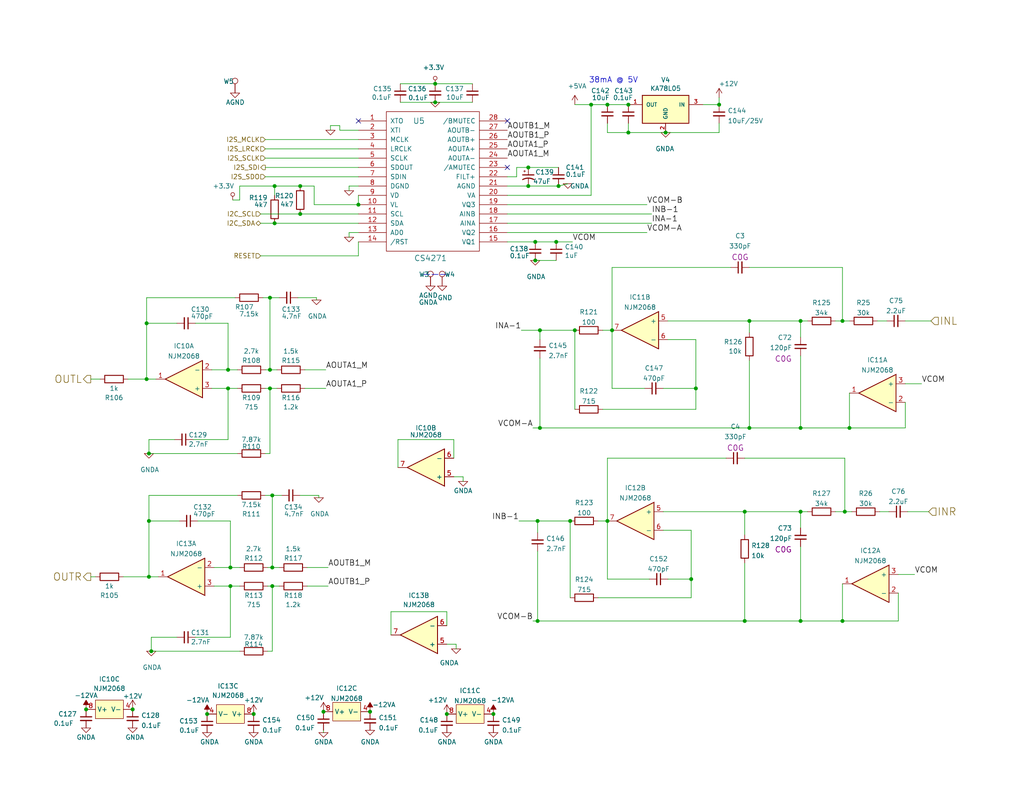
<source format=kicad_sch>
(kicad_sch (version 20210621) (generator eeschema)
  (paper "A")
  (lib_symbols
    (symbol "4ms_IC:NJM2068"
      (property "Reference" "U" (at 2.54 5.08 0))
      (property "Value" "NJM2068" (at 2.54 -3.81 0))
      (symbol "NJM2068_1_1"
        (polyline (pts (xy -5.08 5.08) (xy 5.08 0) (xy -5.08 -5.08) (xy -5.08 5.08)) (stroke (width 0.254)) (fill (type background)))
        (pin output line (at 7.62 0 180) (length 2.54) (name "~") (number "1"))
        (pin input line (at -7.62 -2.54 0) (length 2.54) (name "-") (number "2"))
        (pin input line (at -7.62 2.54 0) (length 2.54) (name "+") (number "3"))
      )
      (symbol "NJM2068_2_1"
        (polyline (pts (xy -5.08 5.08) (xy 5.08 0) (xy -5.08 -5.08) (xy -5.08 5.08)) (stroke (width 0.254)) (fill (type background)))
        (pin input line (at -7.62 2.54 0) (length 2.54) (name "+") (number "5"))
        (pin input line (at -7.62 -2.54 0) (length 2.54) (name "-") (number "6"))
        (pin output line (at 7.62 0 180) (length 2.54) (name "~") (number "7"))
      )
      (symbol "NJM2068_3_1"
        (rectangle (start -2.54 3.81) (end 2.54 -3.81) (fill (type background)))
        (pin power_in line (at 0 -6.35 90) (length 2.54) (name "V-") (number "4"))
        (pin power_in line (at 0 6.35 270) (length 2.54) (name "V+") (number "8"))
      )
    )
    (symbol "TrigSampler-rescue:+12V" (power) (pin_names (offset 0))
      (property "Value" "+12V" (at 0 3.556 0))
      (symbol "+12V_0_1"
        (polyline (pts (xy -0.762 1.27) (xy 0 2.54)))
        (polyline (pts (xy 0 0) (xy 0 2.54)))
        (polyline (pts (xy 0 2.54) (xy 0.762 1.27)))
      )
      (symbol "+12V_1_1"
        (pin power_in line (at 0 0 90) (length 0) hide (name "+12V") (number "1"))
      )
    )
    (symbol "TrigSampler-rescue:+3.3V-RESCUE-TrigSampler" (power) (pin_names (offset 0))
      (property "Value" "+3.3V-RESCUE-TrigSampler" (at 0 2.794 0))
      (symbol "+3.3V-RESCUE-TrigSampler_0_0"
        (pin power_in line (at 0 0 90) (length 0) hide (name "+3.3V") (number "1"))
      )
      (symbol "+3.3V-RESCUE-TrigSampler_0_1"
        (polyline (pts (xy 0 0) (xy 0 1.016) (xy 0 1.016)))
        (circle (center 0 1.524) (radius 0.508))
      )
    )
    (symbol "TrigSampler-rescue:+5VA" (power) (pin_names (offset 0))
      (property "Value" "+5VA" (at 0 3.556 0))
      (symbol "+5VA_0_1"
        (polyline (pts (xy -0.762 1.27) (xy 0 2.54)))
        (polyline (pts (xy 0 0) (xy 0 2.54)))
        (polyline (pts (xy 0 2.54) (xy 0.762 1.27)))
      )
      (symbol "+5VA_1_1"
        (pin power_in line (at 0 0 90) (length 0) hide (name "+5VA") (number "1"))
      )
    )
    (symbol "TrigSampler-rescue:-12VA" (power) (pin_names (offset 0))
      (property "Value" "-12VA" (at 0 3.556 0))
      (symbol "-12VA_0_0"
        (pin power_in line (at 0 0 90) (length 0) hide (name "-12VA") (number "1"))
      )
      (symbol "-12VA_0_1"
        (polyline (pts (xy 0 0) (xy 0 1.27) (xy 0.762 1.27) (xy 0 2.54) (xy -0.762 1.27) (xy 0 1.27)) (fill (type outline)))
      )
    )
    (symbol "TrigSampler-rescue:CP1_Small" (pin_numbers hide) (pin_names (offset 0.254) hide)
      (property "Reference" "C" (at 0.254 1.778 0))
      (property "Value" "CP1_Small" (at 0.254 -2.032 0))
      (symbol "CP1_Small_0_1"
        (polyline (pts (xy -1.524 0.508) (xy 1.524 0.508)) (stroke (width 0.3048)))
        (polyline (pts (xy -1.27 1.524) (xy -0.762 1.524)))
        (polyline (pts (xy -1.016 1.27) (xy -1.016 1.778)))
        (arc (start 1.524 -0.762) (mid 0 -0.3734) (end -1.524 -0.762) (stroke (width 0.3048)))
      )
      (symbol "CP1_Small_1_1"
        (pin passive line (at 0 2.54 270) (length 2.032) (name "~") (number "1"))
        (pin passive line (at 0 -2.54 90) (length 2.032) (name "~") (number "2"))
      )
    )
    (symbol "TrigSampler-rescue:CS4271" (pin_names (offset 1.016))
      (property "Reference" "U" (at 0 20.32 0))
      (property "Value" "CS4271" (at 0 -20.32 0))
      (symbol "CS4271_0_1"
        (rectangle (start -12.7 19.05) (end 12.7 -19.05))
      )
      (symbol "CS4271_1_1"
        (pin bidirectional line (at -20.32 16.51 0) (length 7.62) (name "XTO") (number "1"))
        (pin power_in line (at -20.32 -6.35 0) (length 7.62) (name "VL") (number "10"))
        (pin bidirectional line (at -20.32 -8.89 0) (length 7.62) (name "SCL") (number "11"))
        (pin bidirectional line (at -20.32 -11.43 0) (length 7.62) (name "SDA") (number "12"))
        (pin input line (at -20.32 -13.97 0) (length 7.62) (name "AD0") (number "13"))
        (pin input line (at -20.32 -16.51 0) (length 7.62) (name "/RST") (number "14"))
        (pin output line (at 20.32 -16.51 180) (length 7.62) (name "VQ1") (number "15"))
        (pin input line (at 20.32 -13.97 180) (length 7.62) (name "VQ2") (number "16"))
        (pin input line (at 20.32 -11.43 180) (length 7.62) (name "AINA") (number "17"))
        (pin input line (at 20.32 -8.89 180) (length 7.62) (name "AINB") (number "18"))
        (pin input line (at 20.32 -6.35 180) (length 7.62) (name "VQ3") (number "19"))
        (pin bidirectional line (at -20.32 13.97 0) (length 7.62) (name "XTI") (number "2"))
        (pin power_in line (at 20.32 -3.81 180) (length 7.62) (name "VA") (number "20"))
        (pin power_in line (at 20.32 -1.27 180) (length 7.62) (name "AGND") (number "21"))
        (pin bidirectional line (at 20.32 1.27 180) (length 7.62) (name "FILT+") (number "22"))
        (pin output line (at 20.32 3.81 180) (length 7.62) (name "/AMUTEC") (number "23"))
        (pin output line (at 20.32 6.35 180) (length 7.62) (name "AOUTA-") (number "24"))
        (pin output line (at 20.32 8.89 180) (length 7.62) (name "AOUTA+") (number "25"))
        (pin output line (at 20.32 11.43 180) (length 7.62) (name "AOUTB+") (number "26"))
        (pin output line (at 20.32 13.97 180) (length 7.62) (name "AOUTB-") (number "27"))
        (pin output line (at 20.32 16.51 180) (length 7.62) (name "/BMUTEC") (number "28"))
        (pin bidirectional line (at -20.32 11.43 0) (length 7.62) (name "MCLK") (number "3"))
        (pin bidirectional line (at -20.32 8.89 0) (length 7.62) (name "LRCLK") (number "4"))
        (pin bidirectional line (at -20.32 6.35 0) (length 7.62) (name "SCLK") (number "5"))
        (pin output line (at -20.32 3.81 0) (length 7.62) (name "SDOUT") (number "6"))
        (pin input line (at -20.32 1.27 0) (length 7.62) (name "SDIN") (number "7"))
        (pin power_in line (at -20.32 -1.27 0) (length 7.62) (name "DGND") (number "8"))
        (pin power_in line (at -20.32 -3.81 0) (length 7.62) (name "VD") (number "9"))
      )
    )
    (symbol "TrigSampler-rescue:C_Small" (pin_numbers hide) (pin_names (offset 0.254) hide)
      (property "Reference" "C" (at 0.254 1.778 0))
      (property "Value" "C_Small" (at 0.254 -2.032 0))
      (symbol "C_Small_0_1"
        (polyline (pts (xy -1.524 -0.508) (xy 1.524 -0.508)) (stroke (width 0.3302)))
        (polyline (pts (xy -1.524 0.508) (xy 1.524 0.508)) (stroke (width 0.3048)))
      )
      (symbol "C_Small_1_1"
        (pin passive line (at 0 2.54 270) (length 2.032) (name "~") (number "1"))
        (pin passive line (at 0 -2.54 90) (length 2.032) (name "~") (number "2"))
      )
    )
    (symbol "TrigSampler-rescue:GND-RESCUE-TrigSampler" (power) (pin_names (offset 0))
      (symbol "GND-RESCUE-TrigSampler_0_1"
        (polyline (pts (xy -1.27 0) (xy 0 -1.27) (xy 1.27 0) (xy -1.27 0)))
      )
      (symbol "GND-RESCUE-TrigSampler_1_1"
        (pin power_in line (at 0 0 90) (length 0) hide (name "GND") (number "1"))
      )
    )
    (symbol "TrigSampler-rescue:GNDA-RESCUE-TrigSampler" (power) (pin_names (offset 0))
      (property "Value" "GNDA-RESCUE-TrigSampler" (at 0 -1.778 0))
      (symbol "GNDA-RESCUE-TrigSampler_0_1"
        (polyline (pts (xy -1.27 0) (xy 0 -1.27) (xy 1.27 0) (xy -1.27 0)))
      )
      (symbol "GNDA-RESCUE-TrigSampler_1_1"
        (pin power_in line (at 0 0 90) (length 0) hide (name "GNDA") (number "1"))
      )
    )
    (symbol "TrigSampler-rescue:MC78L05ACH" (pin_names (offset 1.016))
      (property "Reference" "U" (at -5.08 5.08 0))
      (property "Value" "MC78L05ACH" (at 0 5.08 0))
      (property "Footprint" "SOT-89" (at 0 2.54 0))
      (symbol "MC78L05ACH_0_1"
        (rectangle (start -6.35 3.81) (end 6.35 -3.81) (stroke (width 0.254)) (fill (type background)))
      )
      (symbol "MC78L05ACH_1_1"
        (pin power_out line (at 10.16 1.27 180) (length 3.81) (name "OUT") (number "1"))
        (pin power_out line (at 0 -6.35 90) (length 2.54) (name "GND") (number "2"))
        (pin input line (at -10.16 1.27 0) (length 3.81) (name "IN") (number "3"))
      )
    )
    (symbol "TrigSampler-rescue:R" (pin_numbers hide) (pin_names (offset 0))
      (property "Reference" "R" (at 2.032 0 90))
      (property "Value" "R" (at 0 0 90))
      (symbol "R_0_1"
        (rectangle (start -1.016 -2.54) (end 1.016 2.54) (stroke (width 0.254)))
      )
      (symbol "R_1_1"
        (pin passive line (at 0 3.81 270) (length 1.27) (name "~") (number "1"))
        (pin passive line (at 0 -3.81 90) (length 1.27) (name "~") (number "2"))
      )
    )
    (symbol "TrigSampler-rescue:TEST_1P" (pin_numbers hide) (pin_names (offset 0.762) hide)
      (property "Reference" "J" (at 0 6.858 0))
      (property "Value" "TEST_1P" (at 0 5.08 0))
      (symbol "TEST_1P_0_1"
        (circle (center 0 3.302) (radius 0.762))
      )
      (symbol "TEST_1P_1_1"
        (pin passive line (at 0 0 90) (length 2.54) (name "1") (number "1"))
      )
    )
  )
  (junction (at 74.295 154.94))
  (junction (at 81.915 50.8))
  (junction (at 74.93 60.96))
  (junction (at 196.215 28.575))
  (junction (at 23.495 193.675))
  (junction (at 147.32 116.84))
  (junction (at 229.87 87.63))
  (junction (at 146.05 71.12))
  (junction (at 97.79 55.88))
  (junction (at 165.735 142.24))
  (junction (at 188.595 158.115))
  (junction (at 151.765 66.04))
  (junction (at 218.44 139.7))
  (junction (at 81.915 58.42))
  (junction (at 165.735 28.575))
  (junction (at 100.965 194.31))
  (junction (at 74.295 160.02))
  (junction (at 73.66 100.965))
  (junction (at 62.865 160.02))
  (junction (at 40.64 123.825))
  (junction (at 204.47 116.84))
  (junction (at 62.23 100.965))
  (junction (at 171.45 28.575))
  (junction (at 146.05 66.04))
  (junction (at 40.64 142.24))
  (junction (at 189.865 106.045))
  (junction (at 230.505 139.7))
  (junction (at 36.195 193.675))
  (junction (at 40.64 157.48))
  (junction (at 218.44 169.545))
  (junction (at 144.145 45.72))
  (junction (at 121.92 194.945))
  (junction (at 229.87 169.545))
  (junction (at 231.775 116.84))
  (junction (at 73.66 81.28))
  (junction (at 155.575 142.24))
  (junction (at 74.93 50.8))
  (junction (at 161.29 28.575))
  (junction (at 118.745 27.94))
  (junction (at 74.295 135.255))
  (junction (at 203.2 139.7))
  (junction (at 134.62 194.945))
  (junction (at 56.515 194.945))
  (junction (at 69.215 194.945))
  (junction (at 167.005 90.17))
  (junction (at 144.145 50.8))
  (junction (at 171.45 36.195))
  (junction (at 41.275 177.8))
  (junction (at 88.265 194.31))
  (junction (at 146.685 169.545))
  (junction (at 62.23 106.045))
  (junction (at 203.2 169.545))
  (junction (at 40.005 103.505))
  (junction (at 147.32 90.17))
  (junction (at 146.685 142.24))
  (junction (at 218.44 116.84))
  (junction (at 156.845 90.17))
  (junction (at 73.66 106.045))
  (junction (at 40.005 88.265))
  (junction (at 204.47 87.63))
  (junction (at 118.745 22.86))
  (junction (at 218.44 87.63))
  (junction (at 152.4 50.8))
  (junction (at 181.61 36.195))
  (junction (at 62.865 154.94))
  (no_connect (at 138.43 33.02))
  (no_connect (at 138.43 45.72))
  (no_connect (at 97.79 33.02))
  (wire (pts (xy 204.47 116.84) (xy 204.47 98.425)))
  (wire (pts (xy 27.305 103.505) (xy 24.765 103.505)))
  (wire (pts (xy 241.935 87.63) (xy 239.395 87.63)))
  (wire (pts (xy 40.005 103.505) (xy 42.545 103.505)))
  (wire (pts (xy 72.39 40.64) (xy 97.79 40.64)))
  (wire (pts (xy 229.87 159.385) (xy 229.87 169.545)))
  (wire (pts (xy 74.295 154.94) (xy 76.2 154.94)))
  (wire (pts (xy 138.43 50.8) (xy 144.145 50.8)))
  (wire (pts (xy 176.53 63.5) (xy 138.43 63.5)))
  (wire (pts (xy 40.64 157.48) (xy 43.18 157.48)))
  (wire (pts (xy 72.39 45.72) (xy 97.79 45.72)))
  (wire (pts (xy 147.32 116.84) (xy 204.47 116.84)))
  (wire (pts (xy 204.47 73.025) (xy 229.87 73.025)))
  (wire (pts (xy 247.015 109.855) (xy 247.015 116.84)))
  (wire (pts (xy 138.43 66.04) (xy 146.05 66.04)))
  (wire (pts (xy 73.66 100.965) (xy 73.66 81.28)))
  (wire (pts (xy 203.2 153.67) (xy 203.2 169.545)))
  (wire (pts (xy 245.11 169.545) (xy 245.11 161.925)))
  (wire (pts (xy 188.595 144.78) (xy 188.595 158.115)))
  (wire (pts (xy 204.47 116.84) (xy 218.44 116.84)))
  (wire (pts (xy 229.87 87.63) (xy 231.775 87.63)))
  (wire (pts (xy 147.32 90.17) (xy 147.32 92.71)))
  (wire (pts (xy 97.79 55.88) (xy 97.79 53.34)))
  (wire (pts (xy 58.42 160.02) (xy 62.865 160.02)))
  (wire (pts (xy 106.68 173.355) (xy 106.68 167.005)))
  (wire (pts (xy 188.595 158.115) (xy 182.245 158.115)))
  (wire (pts (xy 165.735 125.095) (xy 165.735 142.24)))
  (wire (pts (xy 218.44 139.7) (xy 220.345 139.7)))
  (wire (pts (xy 40.005 81.28) (xy 40.005 88.265)))
  (wire (pts (xy 97.79 66.04) (xy 97.79 69.85)))
  (wire (pts (xy 141.605 142.24) (xy 146.685 142.24)))
  (wire (pts (xy 196.215 28.575) (xy 191.77 28.575)))
  (wire (pts (xy 204.47 87.63) (xy 218.44 87.63)))
  (wire (pts (xy 165.735 28.575) (xy 171.45 28.575)))
  (wire (pts (xy 167.005 106.045) (xy 175.895 106.045)))
  (wire (pts (xy 218.44 87.63) (xy 220.345 87.63)))
  (wire (pts (xy 41.275 177.8) (xy 65.405 177.8)))
  (wire (pts (xy 161.29 53.34) (xy 161.29 28.575)))
  (wire (pts (xy 62.23 120.015) (xy 52.705 120.015)))
  (wire (pts (xy 218.44 116.84) (xy 218.44 97.155)))
  (wire (pts (xy 121.92 170.815) (xy 121.92 167.005)))
  (wire (pts (xy 140.97 45.72) (xy 144.145 45.72)))
  (wire (pts (xy 167.005 90.17) (xy 164.465 90.17)))
  (wire (pts (xy 74.93 50.8) (xy 81.915 50.8)))
  (wire (pts (xy 108.585 120.015) (xy 123.825 120.015)))
  (wire (pts (xy 218.44 92.075) (xy 218.44 87.63)))
  (wire (pts (xy 203.2 125.095) (xy 230.505 125.095)))
  (wire (pts (xy 97.79 43.18) (xy 72.39 43.18)))
  (wire (pts (xy 230.505 139.7) (xy 232.41 139.7)))
  (wire (pts (xy 73.66 81.28) (xy 76.2 81.28)))
  (wire (pts (xy 74.295 160.02) (xy 74.295 177.8)))
  (wire (pts (xy 167.005 73.025) (xy 199.39 73.025)))
  (wire (pts (xy 123.825 130.175) (xy 126.365 130.175)))
  (wire (pts (xy 65.405 54.61) (xy 65.405 50.8)))
  (wire (pts (xy 180.975 106.045) (xy 189.865 106.045)))
  (wire (pts (xy 165.735 36.195) (xy 165.735 33.655)))
  (wire (pts (xy 231.775 116.84) (xy 231.775 107.315)))
  (wire (pts (xy 73.66 106.045) (xy 75.565 106.045)))
  (wire (pts (xy 81.28 81.28) (xy 86.36 81.28)))
  (wire (pts (xy 81.915 135.255) (xy 86.995 135.255)))
  (wire (pts (xy 81.915 50.8) (xy 85.725 50.8)))
  (wire (pts (xy 196.215 26.67) (xy 196.215 28.575)))
  (wire (pts (xy 156.845 90.17) (xy 156.845 111.76)))
  (wire (pts (xy 144.145 50.8) (xy 152.4 50.8)))
  (wire (pts (xy 145.415 116.84) (xy 147.32 116.84)))
  (wire (pts (xy 218.44 149.225) (xy 218.44 169.545)))
  (wire (pts (xy 62.865 142.24) (xy 62.865 154.94)))
  (wire (pts (xy 74.93 53.34) (xy 74.93 50.8)))
  (wire (pts (xy 40.64 120.015) (xy 40.64 123.825)))
  (wire (pts (xy 73.025 160.02) (xy 74.295 160.02)))
  (wire (pts (xy 203.2 139.7) (xy 203.2 146.05)))
  (wire (pts (xy 74.295 135.255) (xy 76.835 135.255)))
  (wire (pts (xy 33.655 157.48) (xy 40.64 157.48)))
  (wire (pts (xy 83.82 160.02) (xy 89.535 160.02)))
  (wire (pts (xy 62.23 88.265) (xy 62.23 100.965)))
  (wire (pts (xy 165.735 158.115) (xy 177.165 158.115)))
  (wire (pts (xy 57.785 100.965) (xy 62.23 100.965)))
  (wire (pts (xy 90.17 35.56) (xy 90.17 34.29)))
  (wire (pts (xy 90.17 34.29) (xy 92.71 34.29)))
  (wire (pts (xy 92.71 34.29) (xy 92.71 35.56)))
  (wire (pts (xy 146.685 150.495) (xy 146.685 169.545)))
  (wire (pts (xy 144.145 45.72) (xy 152.4 45.72)))
  (wire (pts (xy 62.23 106.045) (xy 64.77 106.045)))
  (wire (pts (xy 167.005 73.025) (xy 167.005 90.17)))
  (wire (pts (xy 180.975 144.78) (xy 188.595 144.78)))
  (wire (pts (xy 140.97 48.26) (xy 140.97 45.72)))
  (wire (pts (xy 229.87 73.025) (xy 229.87 87.63)))
  (wire (pts (xy 95.25 64.77) (xy 95.25 63.5)))
  (wire (pts (xy 95.25 63.5) (xy 97.79 63.5)))
  (wire (pts (xy 138.43 48.26) (xy 140.97 48.26)))
  (wire (pts (xy 73.66 106.045) (xy 73.66 123.825)))
  (wire (pts (xy 138.43 53.34) (xy 161.29 53.34)))
  (wire (pts (xy 171.45 36.195) (xy 181.61 36.195)))
  (wire (pts (xy 86.995 135.255) (xy 86.995 135.89)))
  (wire (pts (xy 118.745 22.86) (xy 128.905 22.86)))
  (wire (pts (xy 165.735 36.195) (xy 171.45 36.195)))
  (wire (pts (xy 121.92 175.895) (xy 124.46 175.895)))
  (wire (pts (xy 58.42 154.94) (xy 62.865 154.94)))
  (wire (pts (xy 72.39 135.255) (xy 74.295 135.255)))
  (wire (pts (xy 62.865 173.99) (xy 53.34 173.99)))
  (wire (pts (xy 245.11 156.845) (xy 249.555 156.845)))
  (wire (pts (xy 83.185 100.965) (xy 88.9 100.965)))
  (wire (pts (xy 62.23 106.045) (xy 62.23 120.015)))
  (wire (pts (xy 124.46 175.895) (xy 124.46 177.165)))
  (wire (pts (xy 62.865 154.94) (xy 65.405 154.94)))
  (wire (pts (xy 64.135 81.28) (xy 40.005 81.28)))
  (wire (pts (xy 189.865 92.71) (xy 182.245 92.71)))
  (wire (pts (xy 181.61 36.195) (xy 196.215 36.195)))
  (wire (pts (xy 73.66 100.965) (xy 75.565 100.965)))
  (wire (pts (xy 85.725 55.88) (xy 97.79 55.88)))
  (wire (pts (xy 74.295 154.94) (xy 74.295 135.255)))
  (wire (pts (xy 203.2 169.545) (xy 218.44 169.545)))
  (wire (pts (xy 106.68 167.005) (xy 121.92 167.005)))
  (wire (pts (xy 247.65 139.7) (xy 253.365 139.7)))
  (wire (pts (xy 81.915 58.42) (xy 97.79 58.42)))
  (wire (pts (xy 63.5 54.61) (xy 65.405 54.61)))
  (wire (pts (xy 95.25 50.8) (xy 97.79 50.8)))
  (wire (pts (xy 95.25 52.07) (xy 95.25 50.8)))
  (wire (pts (xy 65.405 50.8) (xy 74.93 50.8)))
  (wire (pts (xy 123.825 120.015) (xy 123.825 125.095)))
  (wire (pts (xy 203.2 139.7) (xy 218.44 139.7)))
  (wire (pts (xy 71.755 81.28) (xy 73.66 81.28)))
  (wire (pts (xy 146.685 142.24) (xy 155.575 142.24)))
  (wire (pts (xy 147.32 116.84) (xy 147.32 97.79)))
  (wire (pts (xy 161.29 28.575) (xy 165.735 28.575)))
  (polyline (pts (xy 115.57 74.93) (xy 122.555 74.93)))
  (wire (pts (xy 86.36 81.28) (xy 86.36 81.915)))
  (wire (pts (xy 40.64 135.255) (xy 40.64 142.24)))
  (wire (pts (xy 97.79 35.56) (xy 92.71 35.56)))
  (wire (pts (xy 72.39 100.965) (xy 73.66 100.965)))
  (wire (pts (xy 189.865 106.045) (xy 189.865 111.76)))
  (wire (pts (xy 156.845 28.575) (xy 161.29 28.575)))
  (wire (pts (xy 53.975 142.24) (xy 62.865 142.24)))
  (wire (pts (xy 204.47 87.63) (xy 204.47 90.805)))
  (wire (pts (xy 180.975 139.7) (xy 203.2 139.7)))
  (wire (pts (xy 151.765 66.04) (xy 156.21 66.04)))
  (wire (pts (xy 73.66 123.825) (xy 72.39 123.825)))
  (wire (pts (xy 40.64 142.24) (xy 40.64 157.48)))
  (wire (pts (xy 97.79 48.26) (xy 72.39 48.26)))
  (wire (pts (xy 247.015 104.775) (xy 251.46 104.775)))
  (wire (pts (xy 138.43 58.42) (xy 177.8 58.42)))
  (wire (pts (xy 230.505 125.095) (xy 230.505 139.7)))
  (wire (pts (xy 165.735 142.24) (xy 165.735 158.115)))
  (wire (pts (xy 189.865 111.76) (xy 164.465 111.76)))
  (wire (pts (xy 109.22 27.94) (xy 118.745 27.94)))
  (wire (pts (xy 57.785 106.045) (xy 62.23 106.045)))
  (wire (pts (xy 73.025 154.94) (xy 74.295 154.94)))
  (wire (pts (xy 71.12 60.96) (xy 74.93 60.96)))
  (wire (pts (xy 97.79 69.85) (xy 71.12 69.85)))
  (wire (pts (xy 126.365 130.175) (xy 126.365 131.445)))
  (wire (pts (xy 74.295 177.8) (xy 73.025 177.8)))
  (wire (pts (xy 167.005 90.17) (xy 167.005 106.045)))
  (wire (pts (xy 218.44 116.84) (xy 231.775 116.84)))
  (wire (pts (xy 118.745 27.94) (xy 128.905 27.94)))
  (wire (pts (xy 47.625 120.015) (xy 40.64 120.015)))
  (wire (pts (xy 163.195 142.24) (xy 165.735 142.24)))
  (wire (pts (xy 53.34 88.265) (xy 62.23 88.265)))
  (wire (pts (xy 62.23 100.965) (xy 64.77 100.965)))
  (wire (pts (xy 41.275 173.99) (xy 41.275 177.8)))
  (wire (pts (xy 152.4 50.8) (xy 154.94 50.165)))
  (wire (pts (xy 188.595 158.115) (xy 188.595 163.195)))
  (wire (pts (xy 97.79 38.1) (xy 72.39 38.1)))
  (wire (pts (xy 145.415 169.545) (xy 146.685 169.545)))
  (wire (pts (xy 64.77 135.255) (xy 40.64 135.255)))
  (wire (pts (xy 40.64 142.24) (xy 48.895 142.24)))
  (wire (pts (xy 108.585 120.015) (xy 108.585 127.635)))
  (wire (pts (xy 227.965 139.7) (xy 230.505 139.7)))
  (wire (pts (xy 147.32 90.17) (xy 156.845 90.17)))
  (wire (pts (xy 40.64 123.825) (xy 64.77 123.825)))
  (wire (pts (xy 74.93 60.96) (xy 97.79 60.96)))
  (wire (pts (xy 83.82 154.94) (xy 89.535 154.94)))
  (wire (pts (xy 85.725 50.8) (xy 85.725 55.88)))
  (wire (pts (xy 142.24 90.17) (xy 147.32 90.17)))
  (wire (pts (xy 189.865 92.71) (xy 189.865 106.045)))
  (wire (pts (xy 146.685 169.545) (xy 203.2 169.545)))
  (wire (pts (xy 218.44 144.145) (xy 218.44 139.7)))
  (wire (pts (xy 71.12 58.42) (xy 81.915 58.42)))
  (wire (pts (xy 72.39 106.045) (xy 73.66 106.045)))
  (wire (pts (xy 146.685 142.24) (xy 146.685 145.415)))
  (wire (pts (xy 40.005 88.265) (xy 48.26 88.265)))
  (wire (pts (xy 229.87 169.545) (xy 245.11 169.545)))
  (wire (pts (xy 138.43 55.88) (xy 176.53 55.88)))
  (wire (pts (xy 74.295 160.02) (xy 76.2 160.02)))
  (wire (pts (xy 182.245 87.63) (xy 204.47 87.63)))
  (wire (pts (xy 48.26 173.99) (xy 41.275 173.99)))
  (wire (pts (xy 138.43 60.96) (xy 177.8 60.96)))
  (wire (pts (xy 88.265 199.39) (xy 88.265 200.025)))
  (wire (pts (xy 34.925 103.505) (xy 40.005 103.505)))
  (wire (pts (xy 151.765 71.12) (xy 146.05 71.12)))
  (wire (pts (xy 171.45 36.195) (xy 171.45 33.655)))
  (wire (pts (xy 62.865 160.02) (xy 62.865 173.99)))
  (wire (pts (xy 109.22 22.86) (xy 118.745 22.86)))
  (wire (pts (xy 83.185 106.045) (xy 88.9 106.045)))
  (wire (pts (xy 62.865 160.02) (xy 65.405 160.02)))
  (wire (pts (xy 146.05 66.04) (xy 151.765 66.04)))
  (wire (pts (xy 247.015 87.63) (xy 254 87.63)))
  (wire (pts (xy 40.005 88.265) (xy 40.005 103.505)))
  (wire (pts (xy 26.035 157.48) (xy 24.765 157.48)))
  (wire (pts (xy 196.215 36.195) (xy 196.215 33.655)))
  (wire (pts (xy 227.965 87.63) (xy 229.87 87.63)))
  (wire (pts (xy 188.595 163.195) (xy 163.195 163.195)))
  (wire (pts (xy 218.44 169.545) (xy 229.87 169.545)))
  (wire (pts (xy 165.735 125.095) (xy 198.12 125.095)))
  (wire (pts (xy 242.57 139.7) (xy 240.03 139.7)))
  (wire (pts (xy 155.575 142.24) (xy 155.575 163.195)))
  (wire (pts (xy 231.775 116.84) (xy 247.015 116.84)))
  (text "38mA @ 5V" (at 160.655 22.86 0) (effects (font (size 1.524 1.524)) (justify left bottom)))
  (label "AOUTB1_P" (at 138.43 38.1 0) (effects (font (size 1.524 1.524))))
  (label "VCOM-B" (at 176.53 55.88 0) (effects (font (size 1.524 1.524))))
  (label "INB-1" (at 141.605 142.24 180) (effects (font (size 1.524 1.524))))
  (label "VCOM" (at 251.46 104.775 0) (effects (font (size 1.524 1.524))))
  (label "AOUTA1_M" (at 88.9 100.965 0) (effects (font (size 1.524 1.524))))
  (label "AOUTA1_P" (at 88.9 106.045 0) (effects (font (size 1.524 1.524))))
  (label "VCOM-A" (at 145.415 116.84 180) (effects (font (size 1.524 1.524))))
  (label "VCOM-B" (at 145.415 169.545 180) (effects (font (size 1.524 1.524))))
  (label "AOUTB1_P" (at 89.535 160.02 0) (effects (font (size 1.524 1.524))))
  (label "VCOM" (at 249.555 156.845 0) (effects (font (size 1.524 1.524))))
  (label "VCOM-A" (at 176.53 63.5 0) (effects (font (size 1.524 1.524))))
  (label "AOUTB1_M" (at 138.43 35.56 0) (effects (font (size 1.524 1.524))))
  (label "INB-1" (at 177.8 58.42 0) (effects (font (size 1.524 1.524))))
  (label "AOUTB1_M" (at 89.535 154.94 0) (effects (font (size 1.524 1.524))))
  (label "INA-1" (at 142.24 90.17 180) (effects (font (size 1.524 1.524))))
  (label "INA-1" (at 177.8 60.96 0) (effects (font (size 1.524 1.524))))
  (label "AOUTA1_M" (at 138.43 43.18 0) (effects (font (size 1.524 1.524))))
  (label "AOUTA1_P" (at 138.43 40.64 0) (effects (font (size 1.524 1.524))))
  (label "VCOM" (at 156.21 66.04 0) (effects (font (size 1.524 1.524))))
  (hierarchical_label "RESET" (shape input) (at 71.12 69.85 180))
  (hierarchical_label "I2S_SCLK" (shape input) (at 72.39 43.18 180))
  (hierarchical_label "I2S_LRCK" (shape input) (at 72.39 40.64 180))
  (hierarchical_label "I2C_SCL" (shape input) (at 71.12 58.42 180))
  (hierarchical_label "INR" (shape input) (at 253.365 139.7 0) (effects (font (size 2.032 2.032))))
  (hierarchical_label "I2S_SDI" (shape output) (at 72.39 45.72 180))
  (hierarchical_label "I2S_SDO" (shape input) (at 72.39 48.26 180))
  (hierarchical_label "OUTL" (shape output) (at 24.765 103.505 180) (effects (font (size 2.032 2.032))))
  (hierarchical_label "INL" (shape input) (at 254 87.63 0) (effects (font (size 2.032 2.032))))
  (hierarchical_label "OUTR" (shape output) (at 24.765 157.48 180) (effects (font (size 2.032 2.032))))
  (hierarchical_label "I2C_SDA" (shape bidirectional) (at 71.12 60.96 180))
  (hierarchical_label "I2S_MCLK" (shape input) (at 72.39 38.1 180))
  (symbol (lib_id "TrigSampler-rescue:C_Small") (at 196.215 31.115 0) (mirror y) (unit 1)
    (property "Reference" "C144" (at 198.5391 30.2128 0) (effects (justify right)))
    (property "Value" "10uF/25V" (at 198.5391 32.9879 0) (effects (justify right)))
    (property "Footprint" "4ms-footprints:C1206" (effects hide))
  )
  (symbol (lib_id "TrigSampler-rescue:MC78L05ACH") (at 181.61 29.845 0) (mirror y) (unit 1)
    (property "Reference" "V4" (at 181.61 21.8186 0))
    (property "Value" "KA78L05" (at 181.61 24.1554 0))
    (property "Footprint" "TO_SOT_Packages_SMD:SOT89-3_Housing" (effects hide))
  )
  (symbol (lib_id "TrigSampler-rescue:C_Small") (at 171.45 31.115 0) (mirror y) (unit 1)
    (property "Reference" "C143" (at 172.72 24.765 0) (effects (justify left)))
    (property "Value" "0.1uF" (at 172.72 26.67 0) (effects (justify left)))
    (property "Footprint" "4ms-footprints:C0603" (effects hide))
  )
  (symbol (lib_id "TrigSampler-rescue:C_Small") (at 165.735 31.115 0) (mirror y) (unit 1)
    (property "Reference" "C142" (at 166.37 24.765 0) (effects (justify left)))
    (property "Value" "10uF" (at 166.37 26.67 0) (effects (justify left)))
    (property "Footprint" "4ms-footprints:C0603" (effects hide))
  )
  (symbol (lib_id "TrigSampler-rescue:GNDA-RESCUE-TrigSampler") (at 181.61 36.195 0) (mirror y) (unit 1)
    (property "Reference" "#PWR0293" (effects hide))
    (property "Value" "GNDA" (at 181.4068 40.6146 0))
  )
  (symbol (lib_id "TrigSampler-rescue:GNDA-RESCUE-TrigSampler") (at 146.05 71.12 0) (unit 1)
    (property "Reference" "#PWR0294" (effects hide))
    (property "Value" "GNDA" (at 146.2532 75.5396 0))
  )
  (symbol (lib_id "TrigSampler-rescue:C_Small") (at 151.765 68.58 0) (unit 1)
    (property "Reference" "C140" (at 154.0764 67.4116 0) (effects (justify left)))
    (property "Value" "1uF" (at 154.0764 69.7484 0) (effects (justify left)))
    (property "Footprint" "4ms-footprints:C0603" (effects hide))
  )
  (symbol (lib_id "TrigSampler-rescue:C_Small") (at 146.05 68.58 0) (unit 1)
    (property "Reference" "C138" (at 139.065 67.945 0) (effects (justify left)))
    (property "Value" "0.1uF" (at 139.065 69.85 0) (effects (justify left)))
    (property "Footprint" "4ms-footprints:C0603" (effects hide))
  )
  (symbol (lib_id "TrigSampler-rescue:GNDA-RESCUE-TrigSampler") (at 154.94 50.165 0) (unit 1)
    (property "Reference" "#PWR0295" (effects hide))
    (property "Value" "GNDA" (at 158.115 50.8 0))
  )
  (symbol (lib_id "TrigSampler-rescue:C_Small") (at 109.22 25.4 0) (mirror y) (unit 1)
    (property "Reference" "C135" (at 106.8832 24.2316 0) (effects (justify left)))
    (property "Value" "0.1uF" (at 106.8832 26.5684 0) (effects (justify left)))
    (property "Footprint" "4ms-footprints:C0603" (effects hide))
  )
  (symbol (lib_id "TrigSampler-rescue:+3.3V-RESCUE-TrigSampler") (at 63.5 54.61 0) (unit 1)
    (property "Reference" "#PWR0296" (effects hide))
    (property "Value" "+3.3V" (at 60.96 50.8 0))
  )
  (symbol (lib_id "TrigSampler-rescue:C_Small") (at 118.745 25.4 0) (mirror y) (unit 1)
    (property "Reference" "C136" (at 116.4082 24.2316 0) (effects (justify left)))
    (property "Value" "0.1uF" (at 116.84 26.67 0) (effects (justify left)))
    (property "Footprint" "4ms-footprints:C0603" (effects hide))
  )
  (symbol (lib_id "TrigSampler-rescue:GND-RESCUE-TrigSampler") (at 118.745 27.94 0) (unit 1)
    (property "Reference" "#PWR0297" (effects hide))
    (property "Value" "GND" (effects hide))
  )
  (symbol (lib_id "TrigSampler-rescue:R") (at 74.93 57.15 0) (mirror y) (unit 1)
    (property "Reference" "R119" (at 73.025 53.975 0) (effects (justify left)))
    (property "Value" "4k7" (at 73.025 55.88 0) (effects (justify left)))
    (property "Footprint" "4ms-footprints:R0603" (effects hide))
  )
  (symbol (lib_id "TrigSampler-rescue:GND-RESCUE-TrigSampler") (at 120.65 78.105 0) (unit 1)
    (property "Reference" "#PWR0298" (effects hide))
    (property "Value" "GND" (effects hide))
  )
  (symbol (lib_id "TrigSampler-rescue:TEST_1P") (at 117.475 78.105 0) (unit 1)
    (property "Reference" "W3" (at 114.3 74.93 0) (effects (justify left)))
    (property "Value" "AGND" (at 114.3 80.645 0) (effects (justify left)))
    (property "Footprint" "4ms-footprints:PAD-06" (effects hide))
  )
  (symbol (lib_id "TrigSampler-rescue:TEST_1P") (at 120.65 78.105 0) (unit 1)
    (property "Reference" "W4" (at 121.285 74.93 0) (effects (justify left)))
    (property "Value" "GND" (at 119.38 81.28 0) (effects (justify left)))
    (property "Footprint" "4ms-footprints:PAD-06" (effects hide))
  )
  (symbol (lib_id "TrigSampler-rescue:GNDA-RESCUE-TrigSampler") (at 117.475 78.105 0) (unit 1)
    (property "Reference" "#PWR0299" (effects hide))
    (property "Value" "GNDA" (at 116.84 82.55 0))
  )
  (symbol (lib_id "4ms_IC:NJM2068") (at 174.625 90.17 0) (mirror y) (unit 2)
    (property "Reference" "IC11" (at 174.625 81.1235 0))
    (property "Value" "NJM2068" (at 174.625 83.8986 0))
    (property "Footprint" "4ms_Package_SSOP:TSSOP-8_4.4x3mm_Pitch0.65mm" (effects hide))
    (property "Specifications" "NJM2068 Dual Opamp" (effects hide))
    (property "Manufacturer" "NJR" (effects hide))
    (property "Part Number" "NJM2068V-TE1" (effects hide))
  )
  (symbol (lib_id "TrigSampler-rescue:-12VA") (at 134.62 194.945 0) (unit 1)
    (property "Reference" "#PWR0300" (effects hide))
    (property "Value" "-12VA" (at 137.16 191.135 0))
  )
  (symbol (lib_id "TrigSampler-rescue:R") (at 204.47 94.615 180) (unit 1)
    (property "Reference" "R126" (at 197.485 93.345 0) (effects (justify right)))
    (property "Value" "10k" (at 198.755 95.885 0) (effects (justify right)))
    (property "Footprint" "4ms-footprints:R0603" (effects hide))
  )
  (symbol (lib_id "TrigSampler-rescue:R") (at 160.655 90.17 270) (unit 1)
    (property "Reference" "R121" (at 160.655 85.1875 90))
    (property "Value" "100" (at 160.655 87.9626 90))
    (property "Footprint" "4ms-footprints:R0603" (effects hide))
  )
  (symbol (lib_id "4ms_IC:NJM2068") (at 173.355 142.24 0) (mirror y) (unit 2)
    (property "Reference" "IC12" (at 173.355 133.1935 0))
    (property "Value" "NJM2068" (at 173.355 135.9686 0))
    (property "Footprint" "4ms_Package_SSOP:TSSOP-8_4.4x3mm_Pitch0.65mm" (effects hide))
    (property "Specifications" "NJM2068 Dual Opamp" (effects hide))
    (property "Manufacturer" "NJR" (effects hide))
    (property "Part Number" "NJM2068V-TE1" (effects hide))
  )
  (symbol (lib_id "4ms_IC:NJM2068") (at 237.49 159.385 0) (mirror y) (unit 1)
    (property "Reference" "IC12" (at 237.49 150.3385 0))
    (property "Value" "NJM2068" (at 237.49 153.1136 0))
    (property "Footprint" "4ms_Package_SSOP:TSSOP-8_4.4x3mm_Pitch0.65mm" (effects hide))
    (property "Specifications" "NJM2068 Dual Opamp" (effects hide))
    (property "Manufacturer" "NJR" (effects hide))
    (property "Part Number" "NJM2068V-TE1" (effects hide))
  )
  (symbol (lib_id "TrigSampler-rescue:-12VA") (at 100.965 194.31 0) (unit 1)
    (property "Reference" "#PWR0301" (effects hide))
    (property "Value" "-12VA" (at 104.775 192.405 0))
  )
  (symbol (lib_id "TrigSampler-rescue:+12V") (at 88.265 194.31 0) (unit 1)
    (property "Reference" "#PWR0302" (effects hide))
    (property "Value" "+12V" (at 85.725 190.5 0))
  )
  (symbol (lib_id "TrigSampler-rescue:R") (at 224.155 139.7 270) (unit 1)
    (property "Reference" "R127" (at 224.155 134.7175 90))
    (property "Value" "34k" (at 224.155 137.4926 90))
    (property "Footprint" "4ms-footprints:R0603" (effects hide))
  )
  (symbol (lib_id "TrigSampler-rescue:R") (at 159.385 163.195 270) (unit 1)
    (property "Reference" "R124" (at 159.385 158.2125 90))
    (property "Value" "715" (at 159.385 160.9876 90))
    (property "Footprint" "4ms-footprints:R0603" (effects hide))
  )
  (symbol (lib_id "TrigSampler-rescue:C_Small") (at 179.705 158.115 270) (unit 1)
    (property "Reference" "C152" (at 179.6986 152.5864 90))
    (property "Value" "470pF" (at 179.6986 155.3615 90))
    (property "Footprint" "4ms-footprints:C0603" (effects hide))
  )
  (symbol (lib_id "TrigSampler-rescue:C_Small") (at 121.92 197.485 0) (mirror y) (unit 1)
    (property "Reference" "C148" (at 119.5959 196.5828 0) (effects (justify left)))
    (property "Value" "0.1uF" (at 119.5959 199.3579 0) (effects (justify left)))
    (property "Footprint" "4ms-footprints:C0603" (effects hide))
  )
  (symbol (lib_id "TrigSampler-rescue:C_Small") (at 100.965 196.85 0) (mirror y) (unit 1)
    (property "Reference" "C151" (at 103.2891 195.9478 0) (effects (justify right)))
    (property "Value" "0.1uF" (at 103.2891 198.7229 0) (effects (justify right)))
    (property "Footprint" "4ms-footprints:C0603" (effects hide))
  )
  (symbol (lib_id "TrigSampler-rescue:GNDA-RESCUE-TrigSampler") (at 100.965 199.39 0) (unit 1)
    (property "Reference" "#PWR0303" (effects hide))
    (property "Value" "GNDA" (at 100.965 202.565 0))
  )
  (symbol (lib_id "TrigSampler-rescue:+12V") (at 121.92 194.945 0) (unit 1)
    (property "Reference" "#PWR0304" (effects hide))
    (property "Value" "+12V" (at 119.38 191.135 0))
  )
  (symbol (lib_id "TrigSampler-rescue:GNDA-RESCUE-TrigSampler") (at 121.92 200.025 0) (unit 1)
    (property "Reference" "#PWR0305" (effects hide))
    (property "Value" "GNDA" (at 121.92 202.565 0))
  )
  (symbol (lib_id "TrigSampler-rescue:C_Small") (at 88.265 196.85 0) (unit 1)
    (property "Reference" "C150" (at 85.9409 195.9478 0) (effects (justify right)))
    (property "Value" "0.1uF" (at 85.9409 198.7229 0) (effects (justify right)))
    (property "Footprint" "4ms-footprints:C0603" (effects hide))
  )
  (symbol (lib_id "TrigSampler-rescue:C_Small") (at 134.62 197.485 0) (mirror y) (unit 1)
    (property "Reference" "C149" (at 136.9441 196.5828 0) (effects (justify right)))
    (property "Value" "0.1uF" (at 136.9441 199.3579 0) (effects (justify right)))
    (property "Footprint" "4ms-footprints:C0603" (effects hide))
  )
  (symbol (lib_id "TrigSampler-rescue:GNDA-RESCUE-TrigSampler") (at 134.62 200.025 0) (unit 1)
    (property "Reference" "#PWR0306" (effects hide))
    (property "Value" "GNDA" (at 134.62 202.565 0))
  )
  (symbol (lib_id "TrigSampler-rescue:GNDA-RESCUE-TrigSampler") (at 88.265 200.025 0) (unit 1)
    (property "Reference" "#PWR0307" (effects hide))
    (property "Value" "GNDA" (at 88.265 202.565 0))
  )
  (symbol (lib_id "TrigSampler-rescue:R") (at 68.58 106.045 270) (unit 1)
    (property "Reference" "R109" (at 68.58 108.585 90))
    (property "Value" "715" (at 68.58 111.125 90))
    (property "Footprint" "4ms-footprints:R0603" (effects hide))
  )
  (symbol (lib_id "TrigSampler-rescue:R") (at 68.58 123.825 270) (unit 1)
    (property "Reference" "R110" (at 68.58 121.92 90))
    (property "Value" "7.87k" (at 68.58 120.015 90))
    (property "Footprint" "4ms-footprints:R0603" (effects hide))
  )
  (symbol (lib_id "TrigSampler-rescue:C_Small") (at 36.195 196.215 0) (mirror y) (unit 1)
    (property "Reference" "C128" (at 38.5191 195.3128 0) (effects (justify right)))
    (property "Value" "0.1uF" (at 38.5191 198.0879 0) (effects (justify right)))
    (property "Footprint" "4ms-footprints:C0603" (effects hide))
  )
  (symbol (lib_id "TrigSampler-rescue:GNDA-RESCUE-TrigSampler") (at 36.195 198.755 0) (unit 1)
    (property "Reference" "#PWR0309" (effects hide))
    (property "Value" "GNDA" (at 39.37 201.295 0) (effects (justify right)))
  )
  (symbol (lib_id "TrigSampler-rescue:C_Small") (at 23.495 196.215 0) (mirror y) (unit 1)
    (property "Reference" "C127" (at 15.875 194.945 0) (effects (justify right)))
    (property "Value" "0.1uF" (at 14.605 197.485 0) (effects (justify right)))
    (property "Footprint" "4ms-footprints:C0603" (effects hide))
  )
  (symbol (lib_id "TrigSampler-rescue:GNDA-RESCUE-TrigSampler") (at 23.495 198.755 0) (unit 1)
    (property "Reference" "#PWR0310" (effects hide))
    (property "Value" "GNDA" (at 26.035 201.295 0) (effects (justify right)))
  )
  (symbol (lib_id "TrigSampler-rescue:+12V") (at 36.195 193.675 0) (unit 1)
    (property "Reference" "#PWR0311" (effects hide))
    (property "Value" "+12V" (at 36.195 190.0705 0))
  )
  (symbol (lib_id "TrigSampler-rescue:R") (at 31.115 103.505 270) (unit 1)
    (property "Reference" "R106" (at 31.115 108.585 90))
    (property "Value" "1k" (at 31.115 106.045 90))
    (property "Footprint" "4ms-footprints:R0603" (effects hide))
  )
  (symbol (lib_id "TrigSampler-rescue:R") (at 68.58 135.255 270) (unit 1)
    (property "Reference" "R111" (at 68.58 140.335 90))
    (property "Value" "7.15k" (at 68.58 137.795 90))
    (property "Footprint" "4ms-footprints:R0603" (effects hide))
  )
  (symbol (lib_id "TrigSampler-rescue:R") (at 29.845 157.48 270) (unit 1)
    (property "Reference" "R105" (at 29.845 162.56 90))
    (property "Value" "1k" (at 29.845 160.02 90))
    (property "Footprint" "4ms-footprints:R0603" (effects hide))
  )
  (symbol (lib_id "TrigSampler-rescue:R") (at 69.215 160.02 90) (mirror x) (unit 1)
    (property "Reference" "R113" (at 69.215 162.56 90))
    (property "Value" "715" (at 69.215 165.1 90))
    (property "Footprint" "4ms-footprints:R0603" (effects hide))
  )
  (symbol (lib_id "TrigSampler-rescue:C_Small") (at 152.4 48.26 0) (unit 1)
    (property "Reference" "C141" (at 154.305 45.72 0) (effects (justify left)))
    (property "Value" "0.1uF" (at 154.305 47.625 0) (effects (justify left)))
    (property "Footprint" "4ms-footprints:C0603" (effects hide))
  )
  (symbol (lib_id "TrigSampler-rescue:CS4271") (at 118.11 49.53 0) (unit 1)
    (property "Reference" "U5" (at 114.3 33.02 0) (effects (font (size 1.524 1.524))))
    (property "Value" "CS4271" (at 117.475 70.485 0) (effects (font (size 1.524 1.524))))
    (property "Footprint" "4ms-footprints:TSSOP-28_4.4x9.7mm_Pitch0.65mm" (effects hide))
  )
  (symbol (lib_id "TrigSampler-rescue:GND-RESCUE-TrigSampler") (at 95.25 52.07 0) (unit 1)
    (property "Reference" "#PWR0312" (effects hide))
    (property "Value" "GND" (effects hide))
  )
  (symbol (lib_id "TrigSampler-rescue:R") (at 81.915 54.61 0) (mirror y) (unit 1)
    (property "Reference" "R120" (at 80.137 53.4416 0) (effects (justify left)))
    (property "Value" "4k7" (at 80.137 55.7784 0) (effects (justify left)))
    (property "Footprint" "4ms-footprints:R0603" (effects hide))
  )
  (symbol (lib_id "TrigSampler-rescue:C_Small") (at 128.905 25.4 0) (mirror y) (unit 1)
    (property "Reference" "C137" (at 126.5682 24.2316 0) (effects (justify left)))
    (property "Value" "10uF" (at 126.5682 26.5684 0) (effects (justify left)))
    (property "Footprint" "4ms-footprints:C0603" (effects hide))
  )
  (symbol (lib_id "TrigSampler-rescue:+3.3V-RESCUE-TrigSampler") (at 118.745 22.86 0) (mirror y) (unit 1)
    (property "Reference" "#PWR0313" (effects hide))
    (property "Value" "+3.3V" (at 118.2878 18.4404 0))
  )
  (symbol (lib_id "TrigSampler-rescue:GND-RESCUE-TrigSampler") (at 90.17 35.56 0) (unit 1)
    (property "Reference" "#PWR0314" (effects hide))
    (property "Value" "GND" (effects hide))
  )
  (symbol (lib_id "TrigSampler-rescue:CP1_Small") (at 144.145 48.26 0) (unit 1)
    (property "Reference" "C139" (at 146.05 46.99 0) (effects (justify left)))
    (property "Value" "47uF" (at 145.415 49.53 0) (effects (justify left)))
    (property "Footprint" "Capacitors_SMD:c_elec_5x5.3" (effects hide))
  )
  (symbol (lib_id "TrigSampler-rescue:GND-RESCUE-TrigSampler") (at 95.25 64.77 0) (unit 1)
    (property "Reference" "#PWR0315" (effects hide))
    (property "Value" "GND" (effects hide))
  )
  (symbol (lib_id "TrigSampler-rescue:+12V") (at 196.215 26.67 0) (mirror y) (unit 1)
    (property "Reference" "#PWR0316" (effects hide))
    (property "Value" "+12V" (at 198.755 22.86 0))
  )
  (symbol (lib_id "TrigSampler-rescue:C_Small") (at 147.32 95.25 0) (unit 1)
    (property "Reference" "C145" (at 149.6441 94.3478 0) (effects (justify left)))
    (property "Value" "2.7nF" (at 149.6441 97.1229 0) (effects (justify left)))
    (property "Footprint" "4ms-footprints:C0603" (effects hide))
  )
  (symbol (lib_id "4ms_IC:NJM2068") (at 239.395 107.315 0) (mirror y) (unit 1)
    (property "Reference" "IC11" (at 239.395 98.2685 0))
    (property "Value" "NJM2068" (at 239.395 101.0436 0))
    (property "Footprint" "4ms_Package_SSOP:TSSOP-8_4.4x3mm_Pitch0.65mm" (effects hide))
    (property "Specifications" "NJM2068 Dual Opamp" (effects hide))
    (property "Manufacturer" "NJR" (effects hide))
    (property "Part Number" "NJM2068V-TE1" (effects hide))
  )
  (symbol (lib_id "TrigSampler-rescue:C_Small") (at 146.685 147.955 180) (unit 1)
    (property "Reference" "C146" (at 149.0091 147.0401 0) (effects (justify right)))
    (property "Value" "2.7nF" (at 149.0091 149.8152 0) (effects (justify right)))
    (property "Footprint" "4ms-footprints:C0603" (effects hide))
  )
  (symbol (lib_id "TrigSampler-rescue:R") (at 68.58 100.965 90) (unit 1)
    (property "Reference" "R108" (at 68.58 98.425 90))
    (property "Value" "2.7k" (at 68.58 95.885 90))
    (property "Footprint" "4ms-footprints:R0603" (effects hide))
  )
  (symbol (lib_id "TrigSampler-rescue:R") (at 79.375 100.965 90) (unit 1)
    (property "Reference" "R115" (at 79.375 98.425 90))
    (property "Value" "1.5k" (at 79.375 95.885 90))
    (property "Footprint" "4ms-footprints:R0603" (effects hide))
  )
  (symbol (lib_id "TrigSampler-rescue:R") (at 79.375 106.045 270) (unit 1)
    (property "Reference" "R116" (at 79.375 108.585 90))
    (property "Value" "1.2k" (at 79.375 111.125 90))
    (property "Footprint" "4ms-footprints:R0603" (effects hide))
  )
  (symbol (lib_id "TrigSampler-rescue:C_Small") (at 50.8 88.265 270) (mirror x) (unit 1)
    (property "Reference" "C130" (at 52.07 84.455 90) (effects (justify left)))
    (property "Value" "470pF" (at 52.07 86.36 90) (effects (justify left)))
    (property "Footprint" "4ms-footprints:C0603" (effects hide))
  )
  (symbol (lib_id "TrigSampler-rescue:C_Small") (at 50.165 120.015 270) (mirror x) (unit 1)
    (property "Reference" "C129" (at 51.435 118.745 90) (effects (justify left)))
    (property "Value" "2.7nF" (at 51.435 121.285 90) (effects (justify left)))
    (property "Footprint" "4ms-footprints:C0603" (effects hide))
  )
  (symbol (lib_id "TrigSampler-rescue:GNDA-RESCUE-TrigSampler") (at 40.64 123.825 0) (unit 1)
    (property "Reference" "#PWR0319" (effects hide))
    (property "Value" "GNDA" (at 40.8432 128.2446 0))
  )
  (symbol (lib_id "TrigSampler-rescue:R") (at 67.945 81.28 270) (unit 1)
    (property "Reference" "R107" (at 66.675 83.82 90))
    (property "Value" "7.15k" (at 67.945 85.725 90))
    (property "Footprint" "4ms-footprints:R0603" (effects hide))
  )
  (symbol (lib_id "TrigSampler-rescue:C_Small") (at 78.74 81.28 270) (mirror x) (unit 1)
    (property "Reference" "C133" (at 76.835 84.455 90) (effects (justify left)))
    (property "Value" "4.7nF" (at 76.835 86.36 90) (effects (justify left)))
    (property "Footprint" "4ms-footprints:C0603" (effects hide))
  )
  (symbol (lib_id "TrigSampler-rescue:GNDA-RESCUE-TrigSampler") (at 86.36 81.915 0) (unit 1)
    (property "Reference" "#PWR0320" (effects hide))
    (property "Value" "GNDA" (at 86.5632 86.3346 0))
  )
  (symbol (lib_id "TrigSampler-rescue:R") (at 69.215 177.8 270) (unit 1)
    (property "Reference" "R114" (at 69.215 175.895 90))
    (property "Value" "7.87k" (at 69.215 173.99 90))
    (property "Footprint" "4ms-footprints:R0603" (effects hide))
  )
  (symbol (lib_id "TrigSampler-rescue:R") (at 69.215 154.94 90) (unit 1)
    (property "Reference" "R112" (at 69.215 152.4 90))
    (property "Value" "2.7k" (at 69.215 149.86 90))
    (property "Footprint" "4ms-footprints:R0603" (effects hide))
  )
  (symbol (lib_id "TrigSampler-rescue:R") (at 80.01 154.94 90) (unit 1)
    (property "Reference" "R117" (at 80.01 152.4 90))
    (property "Value" "1.5k" (at 80.01 149.86 90))
    (property "Footprint" "4ms-footprints:R0603" (effects hide))
  )
  (symbol (lib_id "TrigSampler-rescue:R") (at 80.01 160.02 270) (unit 1)
    (property "Reference" "R118" (at 80.01 162.56 90))
    (property "Value" "1.2k" (at 80.01 165.1 90))
    (property "Footprint" "4ms-footprints:R0603" (effects hide))
  )
  (symbol (lib_id "TrigSampler-rescue:C_Small") (at 51.435 142.24 270) (mirror x) (unit 1)
    (property "Reference" "C132" (at 52.705 138.43 90) (effects (justify left)))
    (property "Value" "470pF" (at 52.705 140.335 90) (effects (justify left)))
    (property "Footprint" "4ms-footprints:C0603" (effects hide))
  )
  (symbol (lib_id "TrigSampler-rescue:C_Small") (at 50.8 173.99 270) (mirror x) (unit 1)
    (property "Reference" "C131" (at 52.07 172.72 90) (effects (justify left)))
    (property "Value" "2.7nF" (at 52.07 175.26 90) (effects (justify left)))
    (property "Footprint" "4ms-footprints:C0603" (effects hide))
  )
  (symbol (lib_id "TrigSampler-rescue:GNDA-RESCUE-TrigSampler") (at 41.275 177.8 0) (unit 1)
    (property "Reference" "#PWR0321" (effects hide))
    (property "Value" "GNDA" (at 41.4782 182.2196 0))
  )
  (symbol (lib_id "TrigSampler-rescue:C_Small") (at 79.375 135.255 270) (mirror x) (unit 1)
    (property "Reference" "C134" (at 77.47 138.43 90) (effects (justify left)))
    (property "Value" "4.7nF" (at 77.47 140.335 90) (effects (justify left)))
    (property "Footprint" "4ms-footprints:C0603" (effects hide))
  )
  (symbol (lib_id "TrigSampler-rescue:GNDA-RESCUE-TrigSampler") (at 86.995 135.89 0) (unit 1)
    (property "Reference" "#PWR0322" (effects hide))
    (property "Value" "GNDA" (at 87.1982 140.3096 0))
  )
  (symbol (lib_id "TrigSampler-rescue:C_Small") (at 178.435 106.045 90) (mirror x) (unit 1)
    (property "Reference" "C147" (at 178.4413 100.5164 90))
    (property "Value" "470pF" (at 178.4413 103.2915 90))
    (property "Footprint" "4ms-footprints:C0603" (effects hide))
  )
  (symbol (lib_id "TrigSampler-rescue:R") (at 160.655 111.76 270) (unit 1)
    (property "Reference" "R122" (at 160.655 106.7775 90))
    (property "Value" "715" (at 160.655 109.5526 90))
    (property "Footprint" "4ms-footprints:R0603" (effects hide))
  )
  (symbol (lib_id "TrigSampler-rescue:R") (at 224.155 87.63 90) (unit 1)
    (property "Reference" "R125" (at 224.155 82.6475 90))
    (property "Value" "34k" (at 224.155 85.4226 90))
    (property "Footprint" "4ms-footprints:R0603" (effects hide))
  )
  (symbol (lib_id "TrigSampler-rescue:R") (at 159.385 142.24 270) (unit 1)
    (property "Reference" "R123" (at 159.385 137.2575 90))
    (property "Value" "100" (at 159.385 140.0326 90))
    (property "Footprint" "4ms-footprints:R0603" (effects hide))
  )
  (symbol (lib_id "TrigSampler-rescue:R") (at 203.2 149.86 180) (unit 1)
    (property "Reference" "R128" (at 204.978 148.9515 0) (effects (justify right)))
    (property "Value" "10k" (at 204.978 151.7266 0) (effects (justify right)))
    (property "Footprint" "4ms-footprints:R0603" (effects hide))
  )
  (symbol (lib_id "4ms_IC:NJM2068") (at 50.8 157.48 180) (unit 1)
    (property "Reference" "IC13" (at 50.8 148.4335 0))
    (property "Value" "NJM2068" (at 50.8 151.2086 0))
    (property "Footprint" "4ms_Package_SSOP:TSSOP-8_4.4x3mm_Pitch0.65mm" (effects hide))
    (property "Specifications" "NJM2068 Dual Opamp" (effects hide))
    (property "Manufacturer" "NJR" (effects hide))
    (property "Part Number" "NJM2068V-TE1" (effects hide))
  )
  (symbol (lib_id "4ms_IC:NJM2068") (at 114.3 173.355 180) (unit 2)
    (property "Reference" "IC13" (at 114.3 162.56 0))
    (property "Value" "NJM2068" (at 114.3 165.1 0))
    (property "Footprint" "4ms_Package_SSOP:TSSOP-8_4.4x3mm_Pitch0.65mm" (effects hide))
    (property "Specifications" "NJM2068 Dual Opamp" (effects hide))
    (property "Manufacturer" "NJR" (effects hide))
    (property "Part Number" "NJM2068V-TE1" (effects hide))
  )
  (symbol (lib_id "TrigSampler-rescue:-12VA") (at 56.515 194.945 0) (unit 1)
    (property "Reference" "#PWR0323" (effects hide))
    (property "Value" "-12VA" (at 57.15 191.135 0) (effects (justify right)))
  )
  (symbol (lib_id "TrigSampler-rescue:C_Small") (at 56.515 197.485 0) (mirror y) (unit 1)
    (property "Reference" "C153" (at 48.895 196.85 0) (effects (justify right)))
    (property "Value" "0.1uF" (at 48.895 199.39 0) (effects (justify right)))
    (property "Footprint" "4ms-footprints:C0603" (effects hide))
  )
  (symbol (lib_id "TrigSampler-rescue:GNDA-RESCUE-TrigSampler") (at 56.515 200.025 0) (unit 1)
    (property "Reference" "#PWR0324" (effects hide))
    (property "Value" "GNDA" (at 57.15 202.565 0))
  )
  (symbol (lib_id "TrigSampler-rescue:C_Small") (at 69.215 197.485 0) (mirror y) (unit 1)
    (property "Reference" "C154" (at 71.5391 196.5828 0) (effects (justify right)))
    (property "Value" "0.1uF" (at 71.5391 199.3579 0) (effects (justify right)))
    (property "Footprint" "4ms-footprints:C0603" (effects hide))
  )
  (symbol (lib_id "TrigSampler-rescue:GNDA-RESCUE-TrigSampler") (at 69.215 200.025 0) (unit 1)
    (property "Reference" "#PWR0325" (effects hide))
    (property "Value" "GNDA" (at 69.215 202.565 0))
  )
  (symbol (lib_id "TrigSampler-rescue:+12V") (at 69.215 194.945 0) (unit 1)
    (property "Reference" "#PWR0326" (effects hide))
    (property "Value" "+12V" (at 69.215 191.135 0))
  )
  (symbol (lib_id "TrigSampler-rescue:GNDA-RESCUE-TrigSampler") (at 124.46 177.165 0) (unit 1)
    (property "Reference" "#PWR0327" (effects hide))
    (property "Value" "GNDA" (at 122.555 180.975 0))
  )
  (symbol (lib_id "TrigSampler-rescue:GNDA-RESCUE-TrigSampler") (at 126.365 131.445 0) (unit 1)
    (property "Reference" "#PWR0328" (effects hide))
    (property "Value" "GNDA" (at 126.365 133.985 0))
  )
  (symbol (lib_id "TrigSampler-rescue:C_Small") (at 218.44 94.615 0) (mirror x) (unit 1)
    (property "Reference" "C72" (at 216.1159 92.1563 0) (effects (justify right)))
    (property "Value" "120pF" (at 216.1159 94.9314 0) (effects (justify right)))
    (property "Footprint" "4ms-footprints:C0603" (effects hide))
    (property "Datasheet" "Yaego CC0603FRNPO9BN121" (effects hide))
    (property "Dialectric" "C0G" (at 216.1159 97.9585 0) (effects (font (size 1.524 1.524)) (justify right)))
    (property "Tolerance" "1%" (effects hide))
  )
  (symbol (lib_id "TrigSampler-rescue:R") (at 235.585 87.63 90) (unit 1)
    (property "Reference" "R25" (at 235.585 82.6475 90))
    (property "Value" "30k" (at 235.585 85.4226 90))
    (property "Footprint" "4ms-footprints:R0603" (effects hide))
  )
  (symbol (lib_id "TrigSampler-rescue:C_Small") (at 201.93 73.025 90) (mirror x) (unit 1)
    (property "Reference" "C3" (at 201.9363 64.4088 90))
    (property "Value" "330pF" (at 201.9363 67.1839 90))
    (property "Footprint" "4ms-footprints:C0603" (effects hide))
    (property "Datasheet" "Murata GRM1885C1H331FA01D" (effects hide))
    (property "Dialectric" "C0G" (at 201.9363 70.211 90) (effects (font (size 1.524 1.524))))
    (property "Tolerance" "1%" (effects hide))
  )
  (symbol (lib_id "TrigSampler-rescue:C_Small") (at 244.475 87.63 90) (mirror x) (unit 1)
    (property "Reference" "C75" (at 244.4813 82.1014 90))
    (property "Value" "2.2uF" (at 244.4813 84.8765 90))
    (property "Footprint" "4ms-footprints:C0603" (effects hide))
  )
  (symbol (lib_id "TrigSampler-rescue:R") (at 236.22 139.7 90) (unit 1)
    (property "Reference" "R26" (at 236.22 134.7175 90))
    (property "Value" "30k" (at 236.22 137.4926 90))
    (property "Footprint" "4ms-footprints:R0603" (effects hide))
  )
  (symbol (lib_id "TrigSampler-rescue:C_Small") (at 245.11 139.7 90) (mirror x) (unit 1)
    (property "Reference" "C76" (at 245.1163 134.1714 90))
    (property "Value" "2.2uF" (at 245.1163 136.9465 90))
    (property "Footprint" "4ms-footprints:C0603" (effects hide))
  )
  (symbol (lib_id "TrigSampler-rescue:C_Small") (at 218.44 146.685 0) (mirror x) (unit 1)
    (property "Reference" "C73" (at 216.1159 144.2263 0) (effects (justify right)))
    (property "Value" "120pF" (at 216.1159 147.0014 0) (effects (justify right)))
    (property "Footprint" "4ms-footprints:C0603" (effects hide))
    (property "Datasheet" "Yaego CC0603FRNPO9BN121" (effects hide))
    (property "Dialectric" "C0G" (at 216.1159 150.0285 0) (effects (font (size 1.524 1.524)) (justify right)))
    (property "Tolerance" "1%" (effects hide))
  )
  (symbol (lib_id "TrigSampler-rescue:+5VA") (at 156.845 28.575 0) (unit 1)
    (property "Reference" "#PWR0329" (effects hide))
    (property "Value" "+5VA" (at 157.48 23.495 0))
  )
  (symbol (lib_id "TrigSampler-rescue:C_Small") (at 200.66 125.095 90) (mirror x) (unit 1)
    (property "Reference" "C4" (at 200.6663 116.4788 90))
    (property "Value" "330pF" (at 200.6663 119.2539 90))
    (property "Footprint" "4ms-footprints:C0603" (effects hide))
    (property "Datasheet" "Murata GRM1885C1H331FA01D" (effects hide))
    (property "Dialectric" "C0G" (at 200.6663 122.281 90) (effects (font (size 1.524 1.524))))
    (property "Tolerance" "1%" (effects hide))
  )
  (symbol (lib_id "TrigSampler-rescue:TEST_1P") (at 64.135 25.4 0) (unit 1)
    (property "Reference" "W5" (at 60.96 22.225 0) (effects (justify left)))
    (property "Value" "AGND" (at 61.595 27.94 0) (effects (justify left)))
    (property "Footprint" "4ms-footprints:PAD-06" (effects hide))
  )
  (symbol (lib_id "TrigSampler-rescue:GND-RESCUE-TrigSampler") (at 64.135 25.4 0) (unit 1)
    (property "Reference" "#PWR0333" (effects hide))
    (property "Value" "GND" (effects hide))
  )
  (symbol (lib_id "4ms_IC:NJM2068") (at 94.615 194.31 90) (mirror x) (unit 3)
    (property "Reference" "IC12" (at 94.615 187.9305 90))
    (property "Value" "NJM2068" (at 94.615 190.7056 90))
    (property "Footprint" "4ms_Package_SSOP:TSSOP-8_4.4x3mm_Pitch0.65mm" (effects hide))
    (property "Specifications" "NJM2068 Dual Opamp" (effects hide))
    (property "Manufacturer" "NJR" (effects hide))
    (property "Part Number" "NJM2068V-TE1" (effects hide))
  )
  (symbol (lib_id "4ms_IC:NJM2068") (at 29.845 193.675 90) (unit 3)
    (property "Reference" "IC10" (at 29.845 185.42 90))
    (property "Value" "NJM2068" (at 29.845 187.96 90))
    (property "Footprint" "4ms_Package_SSOP:TSSOP-8_4.4x3mm_Pitch0.65mm" (effects hide))
    (property "Specifications" "NJM2068 Dual Opamp" (effects hide))
    (property "Manufacturer" "NJR" (effects hide))
    (property "Part Number" "NJM2068V-TE1" (effects hide))
  )
  (symbol (lib_id "4ms_IC:NJM2068") (at 116.205 127.635 180) (unit 2)
    (property "Reference" "IC10" (at 116.205 116.84 0))
    (property "Value" "NJM2068" (at 116.205 118.745 0))
    (property "Footprint" "4ms_Package_SSOP:TSSOP-8_4.4x3mm_Pitch0.65mm" (effects hide))
    (property "Specifications" "NJM2068 Dual Opamp" (effects hide))
    (property "Manufacturer" "NJR" (effects hide))
    (property "Part Number" "NJM2068V-TE1" (effects hide))
  )
  (symbol (lib_id "4ms_IC:NJM2068") (at 62.865 194.945 270) (unit 3)
    (property "Reference" "IC13" (at 62.23 187.325 90))
    (property "Value" "NJM2068" (at 62.23 189.865 90))
    (property "Footprint" "4ms_Package_SSOP:TSSOP-8_4.4x3mm_Pitch0.65mm" (effects hide))
    (property "Specifications" "NJM2068 Dual Opamp" (effects hide))
    (property "Manufacturer" "NJR" (effects hide))
    (property "Part Number" "NJM2068V-TE1" (effects hide))
  )
  (symbol (lib_id "TrigSampler-rescue:-12VA") (at 23.495 193.675 0) (unit 1)
    (property "Reference" "#PWR0308" (effects hide))
    (property "Value" "-12VA" (at 20.32 189.865 0) (effects (justify left)))
  )
  (symbol (lib_id "4ms_IC:NJM2068") (at 50.165 103.505 180) (unit 1)
    (property "Reference" "IC10" (at 50.165 94.4585 0))
    (property "Value" "NJM2068" (at 50.165 97.2336 0))
    (property "Footprint" "4ms_Package_SSOP:TSSOP-8_4.4x3mm_Pitch0.65mm" (effects hide))
    (property "Specifications" "NJM2068 Dual Opamp" (effects hide))
    (property "Manufacturer" "NJR" (effects hide))
    (property "Part Number" "NJM2068V-TE1" (effects hide))
  )
  (symbol (lib_id "4ms_IC:NJM2068") (at 128.27 194.945 90) (mirror x) (unit 3)
    (property "Reference" "IC11" (at 128.27 188.5655 90))
    (property "Value" "NJM2068" (at 128.27 191.3406 90))
    (property "Footprint" "4ms_Package_SSOP:TSSOP-8_4.4x3mm_Pitch0.65mm" (effects hide))
    (property "Specifications" "NJM2068 Dual Opamp" (effects hide))
    (property "Manufacturer" "NJR" (effects hide))
    (property "Part Number" "NJM2068V-TE1" (effects hide))
  )
)
</source>
